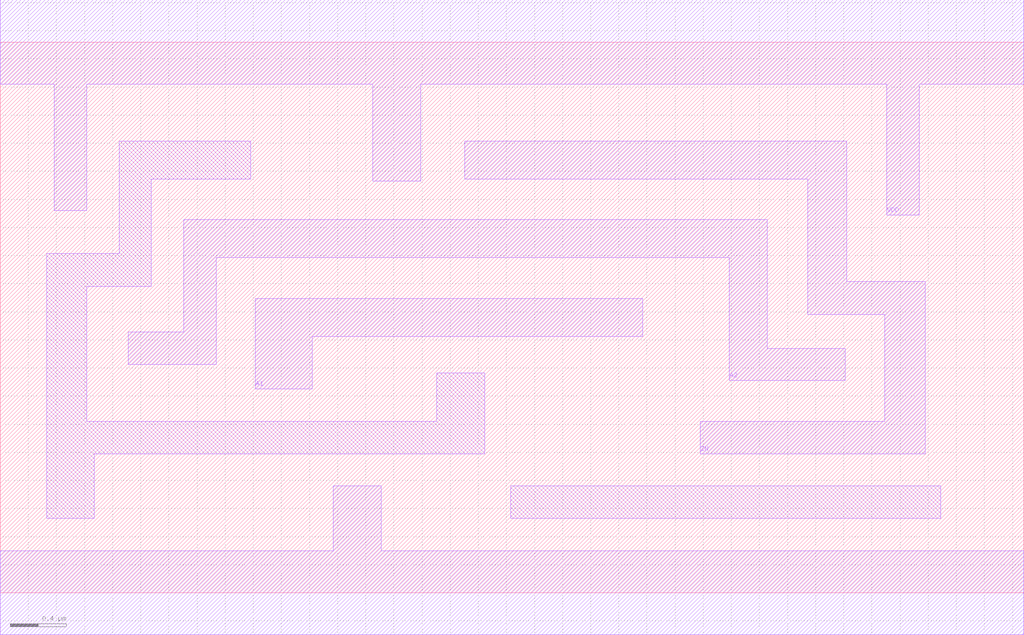
<source format=lef>
# Copyright 2022 GlobalFoundries PDK Authors
#
# Licensed under the Apache License, Version 2.0 (the "License");
# you may not use this file except in compliance with the License.
# You may obtain a copy of the License at
#
#      http://www.apache.org/licenses/LICENSE-2.0
#
# Unless required by applicable law or agreed to in writing, software
# distributed under the License is distributed on an "AS IS" BASIS,
# WITHOUT WARRANTIES OR CONDITIONS OF ANY KIND, either express or implied.
# See the License for the specific language governing permissions and
# limitations under the License.

MACRO gf180mcu_fd_sc_mcu7t5v0__xnor2_1
  CLASS core ;
  FOREIGN gf180mcu_fd_sc_mcu7t5v0__xnor2_1 0.0 0.0 ;
  ORIGIN 0 0 ;
  SYMMETRY X Y ;
  SITE GF018hv5v_mcu_sc7 ;
  SIZE 7.28 BY 3.92 ;
  PIN A1
    DIRECTION INPUT ;
    ANTENNAGATEAREA 1.5355 ;
    PORT
      LAYER METAL1 ;
        POLYGON 1.815 1.45 2.22 1.45 2.22 1.825 3.445 1.825 4.57 1.825 4.57 2.095 3.445 2.095 1.815 2.095  ;
    END
  END A1
  PIN A2
    DIRECTION INPUT ;
    ANTENNAGATEAREA 1.5355 ;
    PORT
      LAYER METAL1 ;
        POLYGON 0.91 1.625 1.535 1.625 1.535 2.385 3.445 2.385 5.185 2.385 5.185 1.51 6.01 1.51 6.01 1.74 5.455 1.74 5.455 2.655 3.445 2.655 1.305 2.655 1.305 1.855 0.91 1.855  ;
    END
  END A2
  PIN ZN
    DIRECTION OUTPUT ;
    ANTENNADIFFAREA 1.45635 ;
    PORT
      LAYER METAL1 ;
        POLYGON 3.305 2.945 3.445 2.945 5.745 2.945 5.745 1.98 6.29 1.98 6.29 1.22 4.98 1.22 4.98 0.99 6.58 0.99 6.58 2.215 6.02 2.215 6.02 3.215 3.445 3.215 3.305 3.215  ;
    END
  END ZN
  PIN VDD
    DIRECTION INOUT ;
    USE power ;
    SHAPE ABUTMENT ;
    PORT
      LAYER METAL1 ;
        POLYGON 0 3.62 0.385 3.62 0.385 2.72 0.615 2.72 0.615 3.62 2.65 3.62 2.65 2.93 2.99 2.93 2.99 3.62 3.445 3.62 6.305 3.62 6.305 2.69 6.535 2.69 6.535 3.62 6.69 3.62 7.28 3.62 7.28 4.22 6.69 4.22 3.445 4.22 0 4.22  ;
    END
  END VDD
  PIN VSS
    DIRECTION INOUT ;
    USE ground ;
    SHAPE ABUTMENT ;
    PORT
      LAYER METAL1 ;
        POLYGON 0 -0.3 7.28 -0.3 7.28 0.3 2.71 0.3 2.71 0.76 2.37 0.76 2.37 0.3 0 0.3  ;
    END
  END VSS
  OBS
      LAYER METAL1 ;
        POLYGON 0.33 0.53 0.67 0.53 0.67 0.99 3.445 0.99 3.445 1.565 3.105 1.565 3.105 1.22 0.615 1.22 0.615 2.18 1.075 2.18 1.075 2.945 1.78 2.945 1.78 3.215 0.845 3.215 0.845 2.415 0.33 2.415  ;
        POLYGON 3.63 0.53 6.69 0.53 6.69 0.76 3.63 0.76  ;
  END
END gf180mcu_fd_sc_mcu7t5v0__xnor2_1

</source>
